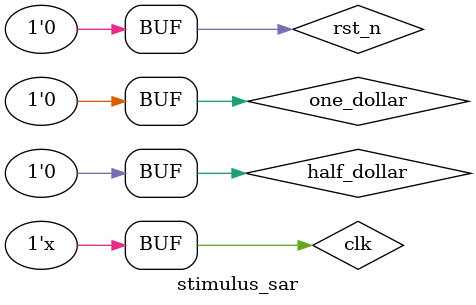
<source format=v>
`timescale 1ps/1ps

module stimulus_sar;
    reg one_dollar, half_dollar, rst_n, clk;
    wire collect, change_out, dispense;

    automatic_sale_of_beverage_machine_sar eg1(
        one_dollar,
        half_dollar,
        collect,
        change_out,
        dispense,
        rst_n,
        clk
    );

    initial begin
        clk = 0;
        rst_n = 0;
        one_dollar = 0;
        half_dollar = 0;
    end

    always begin
        #1 clk = ~clk;
    end

    initial begin
        #4 rst_n = ~rst_n;

        #2 one_dollar = ~one_dollar;
        #2 one_dollar = ~one_dollar;

        #2 half_dollar = ~half_dollar;
        #2 half_dollar = ~half_dollar;

        #2 one_dollar = ~one_dollar;
        #2 one_dollar = ~one_dollar;

        #2 rst_n = ~rst_n;


        #4 rst_n = ~rst_n;

        #2 one_dollar = ~one_dollar;
        #2 one_dollar = ~one_dollar;

        #2 one_dollar = ~one_dollar;
        #2 one_dollar = ~one_dollar;

        #2 one_dollar = ~one_dollar;
        #2 one_dollar = ~one_dollar;

        #2 rst_n = ~rst_n;


        #2 half_dollar = ~half_dollar;
        #2 half_dollar = ~half_dollar;

        #2 half_dollar = ~half_dollar;
        #2 half_dollar = ~half_dollar;

        #2 half_dollar = ~half_dollar;
        #2 half_dollar = ~half_dollar;

        #2 half_dollar = ~half_dollar;
        #2 half_dollar = ~half_dollar;

        #2 half_dollar = ~half_dollar;
        #2 half_dollar = ~half_dollar;

        #2 rst_n = ~rst_n;


    end
endmodule
</source>
